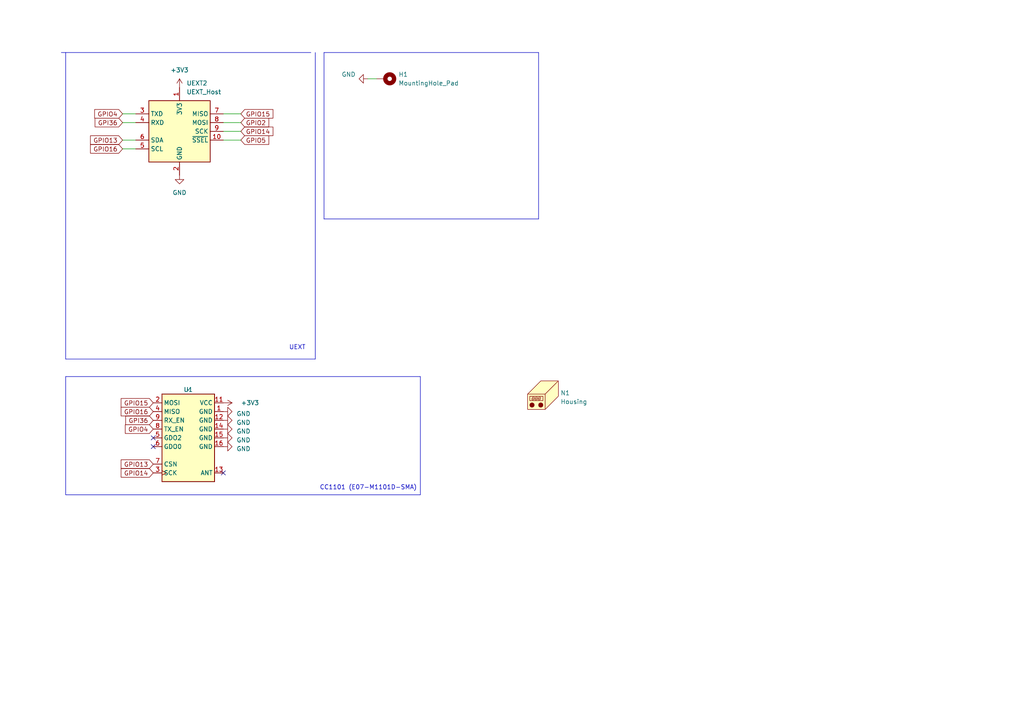
<source format=kicad_sch>
(kicad_sch (version 20230121) (generator eeschema)
  (paper "A4")
  (lib_symbols
    (symbol "Connector:UEXT_Host"
      (property "Reference" "J" (at 5.08 10.16 0))
      (property "Value" "UEXT_Host" (at 6.35 -10.16 0))
      (symbol "UEXT_Host_1_1"
        (rectangle (start -8.89 8.89) (end 8.89 -8.89) (stroke (width 0.254)) (fill (type background)))
        (pin power_in line (at 0 12.7 270) (length 3.81) (name "3V3") (number "1"))
        (pin output line (at 12.7 -2.54 180) (length 3.81) (name "~{SSEL}") (number "10"))
        (pin power_in line (at 0 -12.7 90) (length 3.81) (name "GND") (number "2"))
        (pin output line (at -12.7 5.08 0) (length 3.81) (name "TXD") (number "3"))
        (pin input line (at -12.7 2.54 0) (length 3.81) (name "RXD") (number "4"))
        (pin output line (at -12.7 -5.08 0) (length 3.81) (name "SCL") (number "5"))
        (pin bidirectional line (at -12.7 -2.54 0) (length 3.81) (name "SDA") (number "6"))
        (pin output line (at 12.7 5.08 180) (length 3.81) (name "MISO") (number "7"))
        (pin input line (at 12.7 2.54 180) (length 3.81) (name "MOSI") (number "8"))
        (pin output line (at 12.7 0 180) (length 3.81) (name "SCK") (number "9"))
      )
    )
    (symbol "EByte:E07-433M20S"
      (property "Reference" "U" (at 0 13.97 0))
      (symbol "E07-433M20S_1_1"
        (rectangle (start -7.62 12.7) (end 7.62 -12.7) (stroke (width 0.254)) (fill (type background)))
        (pin power_in line (at 10.16 7.62 180) (length 2.54) (name "GND") (number "1"))
        (pin input line (at 10.16 -6.35 180) (length 2.54) hide (name "NC") (number "10"))
        (pin power_in line (at 10.16 10.16 180) (length 2.54) (name "VCC") (number "11"))
        (pin power_in line (at 10.16 5.08 180) (length 2.54) (name "GND") (number "12"))
        (pin bidirectional line (at 10.16 -10.16 180) (length 2.54) (name "ANT") (number "13"))
        (pin power_in line (at 10.16 2.54 180) (length 2.54) (name "GND") (number "14"))
        (pin power_in line (at 10.16 0 180) (length 2.54) (name "GND") (number "15"))
        (pin power_in line (at 10.16 -2.54 180) (length 2.54) (name "GND") (number "16"))
        (pin input line (at -10.16 10.16 0) (length 2.54) (name "MOSI") (number "2"))
        (pin input clock (at -10.16 -10.16 0) (length 2.54) (name "SCK") (number "3"))
        (pin output line (at -10.16 7.62 0) (length 2.54) (name "MISO") (number "4"))
        (pin output line (at -10.16 0 0) (length 2.54) (name "GDO2") (number "5"))
        (pin output line (at -10.16 -2.54 0) (length 2.54) (name "GDO0") (number "6"))
        (pin output line (at -10.16 -7.62 0) (length 2.54) (name "CSN") (number "7"))
        (pin input line (at -10.16 2.54 0) (length 2.54) (name "TX_EN") (number "8"))
        (pin input line (at -10.16 5.08 0) (length 2.54) (name "RX_EN") (number "9"))
      )
    )
    (symbol "Mechanical:Housing" (pin_names (offset 1.016))
      (property "Reference" "N" (at 3.81 0 0))
      (property "Value" "Housing" (at 3.81 -1.905 0))
      (symbol "Housing_0_1"
        (rectangle (start -5.08 -0.635) (end -1.27 -1.905))
        (circle (center -4.445 -3.175) (radius 0.635) (fill (type outline)))
        (circle (center -1.905 -3.175) (radius 0.635) (fill (type outline)))
        (polyline (pts (xy -4.5212 -1.5748) (xy -4.4704 -1.3716)))
        (polyline (pts (xy -4.4196 -1.6764) (xy -4.064 -1.6764)))
        (polyline (pts (xy -4.4196 -1.2192) (xy -4.3688 -0.9652)))
        (polyline (pts (xy -4.318 -1.3208) (xy -4.0132 -1.3208)))
        (polyline (pts (xy -4.2164 -0.9144) (xy -3.9116 -0.9144)))
        (polyline (pts (xy -3.9116 -1.6256) (xy -3.8608 -1.3716)))
        (polyline (pts (xy -3.81 -1.2192) (xy -3.7592 -0.9652)))
        (polyline (pts (xy -3.6068 -1.5748) (xy -3.556 -1.3716)))
        (polyline (pts (xy -3.5052 -1.6764) (xy -3.1496 -1.6764)))
        (polyline (pts (xy -3.5052 -1.2192) (xy -3.4544 -0.9652)))
        (polyline (pts (xy -3.4036 -1.3208) (xy -3.0988 -1.3208)))
        (polyline (pts (xy -3.302 -0.9144) (xy -2.9972 -0.9144)))
        (polyline (pts (xy -2.9972 -1.6256) (xy -2.9464 -1.3716)))
        (polyline (pts (xy -2.8956 -1.2192) (xy -2.8448 -0.9652)))
        (polyline (pts (xy -2.6924 -1.5748) (xy -2.6416 -1.3716)))
        (polyline (pts (xy -2.5908 -1.6764) (xy -2.2352 -1.6764)))
        (polyline (pts (xy -2.5908 -1.2192) (xy -2.54 -0.9652)))
        (polyline (pts (xy -2.4892 -1.3208) (xy -2.1844 -1.3208)))
        (polyline (pts (xy -2.3876 -0.9144) (xy -2.0828 -0.9144)))
        (polyline (pts (xy -2.0828 -1.6256) (xy -2.032 -1.3716)))
        (polyline (pts (xy -1.9812 -1.2192) (xy -1.9304 -0.9652)))
        (polyline (pts (xy -0.635 0) (xy -0.635 -4.445)))
        (polyline (pts (xy -5.715 0) (xy -0.635 0) (xy 3.175 3.81)))
        (polyline (pts (xy -5.715 0) (xy -5.715 -4.445) (xy -0.635 -4.445) (xy 3.175 -0.635) (xy 3.175 3.81) (xy -1.905 3.81) (xy -5.715 0)) (fill (type background)))
      )
    )
    (symbol "Mechanical:MountingHole_Pad" (pin_numbers hide) (pin_names (offset 1.016) hide)
      (property "Reference" "H" (at 0 6.35 0))
      (property "Value" "MountingHole_Pad" (at 0 4.445 0))
      (symbol "MountingHole_Pad_0_1"
        (circle (center 0 1.27) (radius 1.27) (stroke (width 1.27)))
      )
      (symbol "MountingHole_Pad_1_1"
        (pin input line (at 0 -2.54 90) (length 2.54) (name "1") (number "1"))
      )
    )
    (symbol "power:+3.3V" (power) (pin_names (offset 0))
      (property "Value" "+3.3V" (at 0 3.556 0))
      (symbol "+3.3V_0_1"
        (polyline (pts (xy -0.762 1.27) (xy 0 2.54)))
        (polyline (pts (xy 0 0) (xy 0 2.54)))
        (polyline (pts (xy 0 2.54) (xy 0.762 1.27)))
      )
      (symbol "+3.3V_1_1"
        (pin power_in line (at 0 0 90) (length 0) hide (name "+3V3") (number "1"))
      )
    )
    (symbol "power:GND" (power) (pin_names (offset 0))
      (property "Value" "GND" (at 0 -3.81 0))
      (symbol "GND_0_1"
        (polyline (pts (xy 0 0) (xy 0 -1.27) (xy 1.27 -1.27) (xy 0 -2.54) (xy -1.27 -1.27) (xy 0 -1.27)))
      )
      (symbol "GND_1_1"
        (pin power_in line (at 0 0 270) (length 0) hide (name "GND") (number "1"))
      )
    )
  )
  (no_connect (at 44.45 129.54))
  (no_connect (at 44.45 127))
  (no_connect (at 64.77 137.16))
  (wire (pts (xy 106.68 22.86) (xy 109.22 22.86)))
  (wire (pts (xy 64.77 40.64) (xy 69.85 40.64)))
  (wire (pts (xy 64.77 33.02) (xy 69.85 33.02)))
  (polyline (pts (xy 91.44 15.24) (xy 91.44 104.14)))
  (polyline (pts (xy 121.92 143.51) (xy 121.92 109.22)))
  (wire (pts (xy 35.56 33.02) (xy 39.37 33.02)))
  (polyline (pts (xy 19.05 143.51) (xy 121.92 143.51)))
  (polyline (pts (xy 93.98 15.24) (xy 156.21 15.24)))
  (polyline (pts (xy 93.98 63.5) (xy 156.21 63.5)))
  (polyline (pts (xy 19.05 109.22) (xy 121.92 109.22)))
  (polyline (pts (xy 156.21 63.5) (xy 156.21 15.24)))
  (polyline (pts (xy 91.44 104.14) (xy 19.05 104.14)))
  (polyline (pts (xy 19.05 104.14) (xy 19.05 15.24)))
  (wire (pts (xy 69.85 38.1) (xy 64.77 38.1)))
  (wire (pts (xy 69.85 35.56) (xy 64.77 35.56)))
  (wire (pts (xy 35.56 40.64) (xy 39.37 40.64)))
  (polyline (pts (xy 93.98 15.24) (xy 93.98 63.5)))
  (polyline (pts (xy 17.78 15.24) (xy 90.17 15.24)))
  (wire (pts (xy 35.56 35.56) (xy 39.37 35.56)))
  (polyline (pts (xy 19.05 109.22) (xy 19.05 143.51)))
  (wire (pts (xy 35.56 43.18) (xy 39.37 43.18)))
  (text "CC1101 (E07-M1101D-SMA)" (at 92.71 142.24 0) (effects (font (size 1.27 1.27)) (justify left bottom)))
  (text "UEXT" (at 83.82 101.6 0) (effects (font (size 1.27 1.27)) (justify left bottom)))
  (global_label "GPI36" (shape input) (at 44.45 121.92 180) (property "Intersheetrefs" "${INTERSHEET_REFS}" (effects hide)))
  (global_label "GPIO4" (shape input) (at 35.56 33.02 180) (property "Intersheetrefs" "${INTERSHEET_REFS}" (effects hide)))
  (global_label "GPIO14" (shape input) (at 44.45 137.16 180) (property "Intersheetrefs" "${INTERSHEET_REFS}" (effects hide)))
  (global_label "GPIO2" (shape input) (at 69.85 35.56 0) (property "Intersheetrefs" "${INTERSHEET_REFS}" (effects hide)))
  (global_label "GPIO15" (shape input) (at 44.45 116.84 180) (property "Intersheetrefs" "${INTERSHEET_REFS}" (effects hide)))
  (global_label "GPI36" (shape input) (at 35.56 35.56 180) (property "Intersheetrefs" "${INTERSHEET_REFS}" (effects hide)))
  (global_label "GPIO4" (shape input) (at 44.45 124.46 180) (property "Intersheetrefs" "${INTERSHEET_REFS}" (effects hide)))
  (global_label "GPIO16" (shape input) (at 35.56 43.18 180) (property "Intersheetrefs" "${INTERSHEET_REFS}" (effects hide)))
  (global_label "GPIO16" (shape input) (at 44.45 119.38 180) (property "Intersheetrefs" "${INTERSHEET_REFS}" (effects hide)))
  (global_label "GPIO13" (shape input) (at 44.45 134.62 180) (property "Intersheetrefs" "${INTERSHEET_REFS}" (effects hide)))
  (global_label "GPIO13" (shape input) (at 35.56 40.64 180) (property "Intersheetrefs" "${INTERSHEET_REFS}" (effects hide)))
  (global_label "GPIO5" (shape input) (at 69.85 40.64 0) (property "Intersheetrefs" "${INTERSHEET_REFS}" (effects hide)))
  (global_label "GPIO15" (shape input) (at 69.85 33.02 0) (property "Intersheetrefs" "${INTERSHEET_REFS}" (effects hide)))
  (global_label "GPIO14" (shape input) (at 69.85 38.1 0) (property "Intersheetrefs" "${INTERSHEET_REFS}" (effects hide)))
  (symbol (lib_id "power:GND") (at 64.77 127 90) (unit 1)
    (property "Reference" "#PWR012" (effects hide))
    (property "Value" "GND" (at 68.58 127.635 90) (effects (justify right)))
  )
  (symbol (lib_id "EByte:E07-433M20S") (at 54.61 127 0) (unit 1)
    (property "Reference" "U1" (at 54.61 113.03 0))
    (property "Value" "~" (at 54.61 113.03 0))
    (property "Footprint" "Ebyte:E07-433M20S" (effects hide))
  )
  (symbol (lib_id "power:+3.3V") (at 64.77 116.84 270) (unit 1)
    (property "Reference" "#PWR01" (effects hide))
    (property "Value" "+3.3V" (at 69.85 116.84 90) (effects (justify left)))
  )
  (symbol (lib_id "power:GND") (at 64.77 129.54 90) (unit 1)
    (property "Reference" "#PWR013" (effects hide))
    (property "Value" "GND" (at 68.58 130.175 90) (effects (justify right)))
  )
  (symbol (lib_id "Connector:UEXT_Host") (at 52.07 38.1 0) (unit 1)
    (property "Reference" "UEXT2" (at 54.0894 24.13 0) (effects (justify left)))
    (property "Value" "UEXT_Host" (at 54.0894 26.67 0) (effects (justify left)))
    (property "Footprint" "PhilippLibrary:IDC-Stecker_2x05_P2.54mm_Vertical" (effects hide))
    (property "Datasheet" "https://www.olimex.com/Products/Modules/UEXT/resources/UEXT_rev_B.pdf" (effects hide))
  )
  (symbol (lib_id "Mechanical:MountingHole_Pad") (at 111.76 22.86 270) (unit 1)
    (property "Reference" "H1" (at 115.57 21.5899 90) (effects (justify left)))
    (property "Value" "MountingHole_Pad" (at 115.57 24.1299 90) (effects (justify left)))
    (property "Footprint" "MountingHole:MountingHole_2.7mm_M2.5_ISO14580_Pad" (effects hide))
  )
  (symbol (lib_id "power:GND") (at 52.07 50.8 0) (unit 1)
    (property "Reference" "#PWR06" (effects hide))
    (property "Value" "GND" (at 52.07 55.88 0))
  )
  (symbol (lib_id "power:GND") (at 64.77 124.46 90) (unit 1)
    (property "Reference" "#PWR011" (effects hide))
    (property "Value" "GND" (at 68.58 125.095 90) (effects (justify right)))
  )
  (symbol (lib_id "Mechanical:Housing") (at 158.75 114.3 0) (unit 1)
    (property "Reference" "N1" (at 162.56 113.9825 0) (effects (justify left)))
    (property "Value" "Housing" (at 162.56 116.5225 0) (effects (justify left)))
    (property "Footprint" "Symbol:OSHW-Symbol_6.7x6mm_SilkScreen" (effects hide))
  )
  (symbol (lib_id "power:GND") (at 64.77 121.92 90) (unit 1)
    (property "Reference" "#PWR010" (effects hide))
    (property "Value" "GND" (at 68.58 122.555 90) (effects (justify right)))
  )
  (symbol (lib_id "power:GND") (at 64.77 119.38 90) (unit 1)
    (property "Reference" "#PWR02" (effects hide))
    (property "Value" "GND" (at 68.58 120.015 90) (effects (justify right)))
  )
  (symbol (lib_id "power:+3.3V") (at 52.07 25.4 0) (unit 1)
    (property "Reference" "#PWR05" (effects hide))
    (property "Value" "+3.3V" (at 52.07 20.32 0))
  )
  (symbol (lib_id "power:GND") (at 106.68 22.86 270) (unit 1)
    (property "Reference" "#PWR09" (effects hide))
    (property "Value" "GND" (at 99.06 21.59 90) (effects (justify left)))
  )
)
</source>
